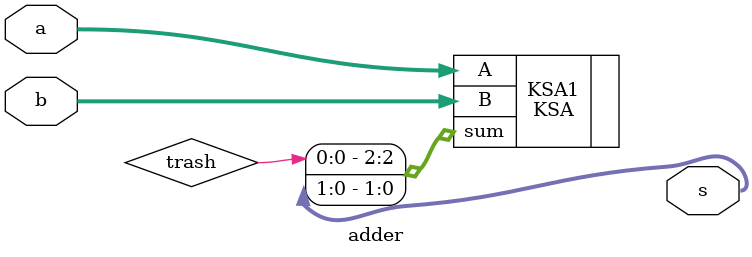
<source format=sv>

module adder #(parameter width = 2)(
    input logic [width-1:0] a,b,
    output logic [width-1:0] s
    );
    

    //assign s = a + b;
    logic trash;
    KSA #(.width(width)) KSA1(.A(a), .B(b), .sum({trash, s}));
endmodule

</source>
